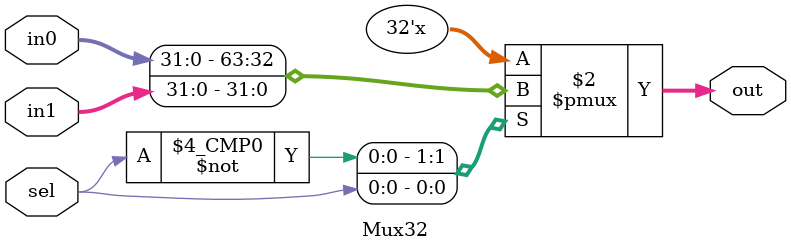
<source format=v>
module Mux32(in0, in1, sel, out);

	input [31:0] in0, in1;
	input sel;
	output reg [31:0] out;
	
	always @(*) begin
	
		case (sel)
		
			1'b0: out <= in0;
			1'b1: out <= in1;
		
		endcase
	
	end

endmodule

</source>
